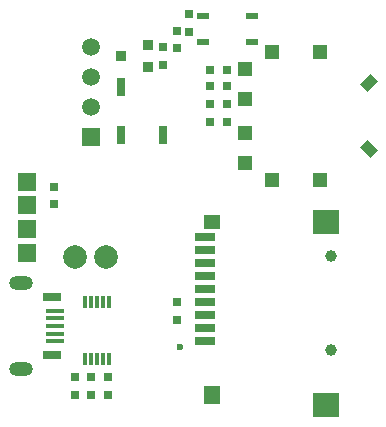
<source format=gbr>
%TF.GenerationSoftware,Altium Limited,Altium Designer,20.0.13 (296)*%
G04 Layer_Color=255*
%FSLAX25Y25*%
%MOIN*%
%TF.FileFunction,Pads,Bot*%
%TF.Part,Single*%
G01*
G75*
%TA.AperFunction,SMDPad,CuDef*%
%ADD10R,0.03150X0.02756*%
%ADD12R,0.02756X0.03150*%
%ADD25R,0.03740X0.03543*%
%ADD26R,0.03740X0.03543*%
%TA.AperFunction,ViaPad*%
%ADD39C,0.02362*%
%TA.AperFunction,ComponentPad*%
%ADD40R,0.05906X0.05906*%
%ADD41C,0.05906*%
%ADD42C,0.03937*%
%ADD43R,0.05906X0.03150*%
%ADD44O,0.07874X0.04724*%
%TA.AperFunction,SMDPad,CuDef*%
%ADD51R,0.03150X0.05906*%
%ADD52R,0.03937X0.02362*%
%TA.AperFunction,ConnectorPad*%
%ADD53R,0.03150X0.02756*%
%TA.AperFunction,SMDPad,CuDef*%
%ADD54R,0.05906X0.05906*%
%ADD55C,0.07874*%
%TA.AperFunction,ConnectorPad*%
%ADD56R,0.05118X0.04724*%
%ADD57R,0.04724X0.05118*%
G04:AMPARAMS|DCode=58|XSize=33.47mil|YSize=47.24mil|CornerRadius=0mil|HoleSize=0mil|Usage=FLASHONLY|Rotation=45.000|XOffset=0mil|YOffset=0mil|HoleType=Round|Shape=Rectangle|*
%AMROTATEDRECTD58*
4,1,4,0.00487,-0.02854,-0.02854,0.00487,-0.00487,0.02854,0.02854,-0.00487,0.00487,-0.02854,0.0*
%
%ADD58ROTATEDRECTD58*%

G04:AMPARAMS|DCode=59|XSize=33.47mil|YSize=47.24mil|CornerRadius=0mil|HoleSize=0mil|Usage=FLASHONLY|Rotation=315.000|XOffset=0mil|YOffset=0mil|HoleType=Round|Shape=Rectangle|*
%AMROTATEDRECTD59*
4,1,4,-0.02854,-0.00487,0.00487,0.02854,0.02854,0.00487,-0.00487,-0.02854,-0.02854,-0.00487,0.0*
%
%ADD59ROTATEDRECTD59*%

%TA.AperFunction,SMDPad,CuDef*%
%ADD60R,0.07087X0.02756*%
%ADD61R,0.05512X0.04724*%
%ADD62R,0.08661X0.08000*%
%ADD63R,0.05512X0.06299*%
%TA.AperFunction,ConnectorPad*%
%ADD64R,0.05906X0.01575*%
%TA.AperFunction,SMDPad,CuDef*%
%ADD65R,0.01260X0.03937*%
D10*
X61000Y141953D02*
D03*
Y136047D02*
D03*
X52500Y125047D02*
D03*
Y130953D02*
D03*
X57000Y40047D02*
D03*
Y45953D02*
D03*
X34000Y20953D02*
D03*
Y15047D02*
D03*
X28500Y20953D02*
D03*
Y15047D02*
D03*
X23000D02*
D03*
Y20953D02*
D03*
X16000Y84453D02*
D03*
Y78547D02*
D03*
D12*
X73953Y112000D02*
D03*
X68047D02*
D03*
Y123500D02*
D03*
X73953D02*
D03*
X68047Y118000D02*
D03*
X73953D02*
D03*
X68047Y106000D02*
D03*
X73953D02*
D03*
D25*
X47626Y131740D02*
D03*
X38374Y128000D02*
D03*
D26*
X47626Y124260D02*
D03*
D39*
X38500Y101000D02*
D03*
X58000Y31000D02*
D03*
X108500Y12500D02*
D03*
X106453Y10500D02*
D03*
D40*
X28500Y101000D02*
D03*
D41*
Y111000D02*
D03*
Y121000D02*
D03*
Y131000D02*
D03*
D42*
X108339Y61347D02*
D03*
Y29850D02*
D03*
D43*
X15606Y28453D02*
D03*
Y47547D02*
D03*
D44*
X5173Y23728D02*
D03*
Y52272D02*
D03*
D51*
X52390Y101626D02*
D03*
X38600Y117800D02*
D03*
X38610Y101626D02*
D03*
D52*
X82268Y132669D02*
D03*
Y141331D02*
D03*
X65732Y132669D02*
D03*
Y141331D02*
D03*
D53*
X57000Y136453D02*
D03*
Y130547D02*
D03*
D54*
X7071Y62472D02*
D03*
Y70346D02*
D03*
Y78220D02*
D03*
Y86094D02*
D03*
D55*
X23000Y61000D02*
D03*
X33500D02*
D03*
D56*
X104882Y86740D02*
D03*
X88740D02*
D03*
Y129260D02*
D03*
X104882D02*
D03*
D57*
X79685Y92252D02*
D03*
Y102193D02*
D03*
Y113807D02*
D03*
Y123748D02*
D03*
D58*
X121135Y96865D02*
D03*
D59*
Y119135D02*
D03*
D60*
X66500Y54654D02*
D03*
Y67646D02*
D03*
Y63315D02*
D03*
Y58984D02*
D03*
Y50323D02*
D03*
Y45992D02*
D03*
Y41661D02*
D03*
Y37331D02*
D03*
Y33000D02*
D03*
D61*
X68968Y72764D02*
D03*
D62*
X106764Y72764D02*
D03*
Y11740D02*
D03*
D63*
X68968Y14890D02*
D03*
D64*
X16590Y43118D02*
D03*
X16591Y40559D02*
D03*
Y38000D02*
D03*
Y35441D02*
D03*
Y32882D02*
D03*
D65*
X26500Y46000D02*
D03*
X28468D02*
D03*
X30437D02*
D03*
X32405D02*
D03*
X34374D02*
D03*
Y27102D02*
D03*
X32405D02*
D03*
X30437D02*
D03*
X28468D02*
D03*
X26500D02*
D03*
%TF.MD5,551805fb72718c367d3e3bb01445a6f2*%
M02*

</source>
